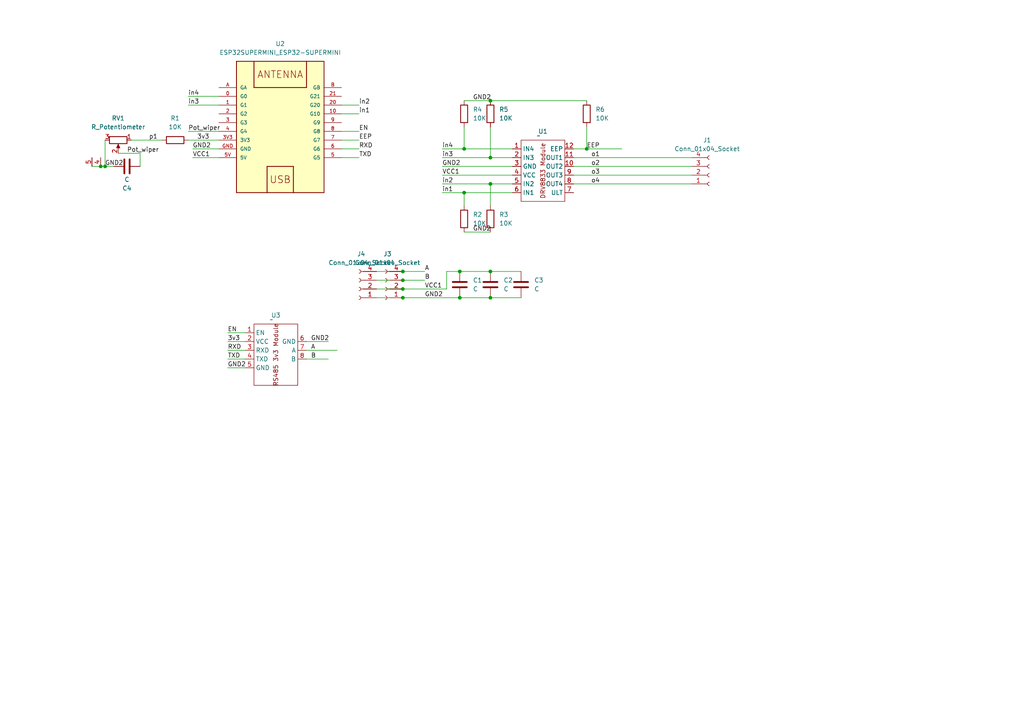
<source format=kicad_sch>
(kicad_sch (version 20230121) (generator eeschema)
  (paper "A4")
  (lib_symbols
    (symbol "Connector:Conn_01x04_Socket" (pin_names (offset 1.016) hide)
      (property "Reference" "J" (at 0 5.08 0))
      (property "Value" "Conn_01x04_Socket" (at 0 -7.62 0))
      (symbol "Conn_01x04_Socket_1_1"
        (arc (start 0 -4.572) (mid -0.5058 -5.08) (end 0 -5.588) (stroke (width 0.1524)))
        (arc (start 0 -2.032) (mid -0.5058 -2.54) (end 0 -3.048) (stroke (width 0.1524)))
        (polyline (pts (xy -1.27 -5.08) (xy -0.508 -5.08)) (stroke (width 0.1524)))
        (polyline (pts (xy -1.27 -2.54) (xy -0.508 -2.54)) (stroke (width 0.1524)))
        (polyline (pts (xy -1.27 0) (xy -0.508 0)) (stroke (width 0.1524)))
        (polyline (pts (xy -1.27 2.54) (xy -0.508 2.54)) (stroke (width 0.1524)))
        (arc (start 0 0.508) (mid -0.5058 0) (end 0 -0.508) (stroke (width 0.1524)))
        (arc (start 0 3.048) (mid -0.5058 2.54) (end 0 2.032) (stroke (width 0.1524)))
        (pin passive line (at -5.08 2.54 0) (length 3.81) (name "Pin_1") (number "1"))
        (pin passive line (at -5.08 0 0) (length 3.81) (name "Pin_2") (number "2"))
        (pin passive line (at -5.08 -2.54 0) (length 3.81) (name "Pin_3") (number "3"))
        (pin passive line (at -5.08 -5.08 0) (length 3.81) (name "Pin_4") (number "4"))
      )
    )
    (symbol "Device:C" (pin_numbers hide) (pin_names (offset 0.254))
      (property "Reference" "C" (at 0.635 2.54 0))
      (property "Value" "C" (at 0.635 -2.54 0))
      (symbol "C_0_1"
        (polyline (pts (xy -2.032 -0.762) (xy 2.032 -0.762)) (stroke (width 0.508)))
        (polyline (pts (xy -2.032 0.762) (xy 2.032 0.762)) (stroke (width 0.508)))
      )
      (symbol "C_1_1"
        (pin passive line (at 0 3.81 270) (length 2.794) (name "~") (number "1"))
        (pin passive line (at 0 -3.81 90) (length 2.794) (name "~") (number "2"))
      )
    )
    (symbol "Device:R" (pin_numbers hide) (pin_names (offset 0))
      (property "Reference" "R" (at 2.032 0 90))
      (property "Value" "R" (at 0 0 90))
      (symbol "R_0_1"
        (rectangle (start -1.016 -2.54) (end 1.016 2.54) (stroke (width 0.254)))
      )
      (symbol "R_1_1"
        (pin passive line (at 0 3.81 270) (length 1.27) (name "~") (number "1"))
        (pin passive line (at 0 -3.81 90) (length 1.27) (name "~") (number "2"))
      )
    )
    (symbol "Device:R_Potentiometer" (pin_names (offset 1.016) hide)
      (property "Reference" "RV1" (at -6.35 0 90))
      (property "Value" "R_Potentiometer" (at -3.81 0 90))
      (symbol "R_Potentiometer_0_1"
        (polyline (pts (xy 2.54 0) (xy 1.524 0)))
        (polyline (pts (xy 1.143 0) (xy 2.286 0.508) (xy 2.286 -0.508) (xy 1.143 0)) (fill (type outline)))
        (rectangle (start 1.016 2.54) (end -1.016 -2.54) (stroke (width 0.254)))
      )
      (symbol "R_Potentiometer_1_1"
        (pin passive line (at 0 3.81 270) (length 1.27) (name "1") (number "1"))
        (pin passive line (at 3.81 0 180) (length 1.27) (name "2") (number "2"))
        (pin passive line (at 0 -3.81 90) (length 1.27) (name "3") (number "3"))
        (pin power_in line (at 7.62 -5.08 180) (length 2.54) (name "shld") (number "4"))
        (pin power_in line (at 7.62 -7.62 180) (length 2.54) (name "shld") (number "5"))
      )
    )
    (symbol "Heltec_WSL_v3:DRV8833"
      (property "Reference" "U" (at 0 0 0))
      (symbol "DRV8833_0_1"
        (rectangle (start -5.08 -1.27) (end 7.62 -19.05))
      )
      (symbol "DRV8833_1_1"
        (text "DRV8833 Module\n" (at 1.27 -10.16 900) (effects (font (size 1.27 1.27))))
        (pin input line (at -7.62 -3.81 0) (length 2.54) (name "IN4") (number "1"))
        (pin output line (at 10.16 -8.89 180) (length 2.54) (name "OUT2") (number "10"))
        (pin output line (at 10.16 -6.35 180) (length 2.54) (name "OUT1") (number "11"))
        (pin input line (at 10.16 -3.81 180) (length 2.54) (name "EEP") (number "12"))
        (pin input line (at -7.62 -6.35 0) (length 2.54) (name "IN3") (number "2"))
        (pin power_in line (at -7.62 -8.89 0) (length 2.54) (name "GND") (number "3"))
        (pin power_in line (at -7.62 -11.43 0) (length 2.54) (name "VCC") (number "4"))
        (pin input line (at -7.62 -13.97 0) (length 2.54) (name "IN2") (number "5"))
        (pin input line (at -7.62 -16.51 0) (length 2.54) (name "IN1") (number "6"))
        (pin output line (at 10.16 -16.51 180) (length 2.54) (name "ULT") (number "7"))
        (pin output line (at 10.16 -13.97 180) (length 2.54) (name "OUT4") (number "8"))
        (pin output line (at 10.16 -11.43 180) (length 2.54) (name "OUT3") (number "9"))
      )
    )
    (symbol "Heltec_WSL_v3:RS485_3v3_module"
      (property "Reference" "U" (at 0 0 0))
      (symbol "RS485_3v3_module_0_1"
        (rectangle (start -5.08 -1.27) (end 7.62 -19.05))
      )
      (symbol "RS485_3v3_module_1_1"
        (text "RS485 3v3 Module\n" (at 1.27 -10.16 900) (effects (font (size 1.27 1.27))))
        (pin input line (at -7.62 -3.81 0) (length 2.54) (name "EN") (number "1"))
        (pin power_in line (at -7.62 -6.35 0) (length 2.54) (name "VCC") (number "2"))
        (pin input line (at -7.62 -8.89 0) (length 2.54) (name "RXD") (number "3"))
        (pin input line (at -7.62 -11.43 0) (length 2.54) (name "TXD") (number "4"))
        (pin power_in line (at -7.62 -13.97 0) (length 2.54) (name "GND") (number "5"))
        (pin power_in line (at 10.16 -6.35 180) (length 2.54) (name "GND") (number "6"))
        (pin output line (at 10.16 -8.89 180) (length 2.54) (name "A") (number "7"))
        (pin output line (at 10.16 -11.43 180) (length 2.54) (name "B") (number "8"))
      )
    )
    (symbol "esp32-c3:ESP32SUPERMINI_ESP32-SUPERMINI" (pin_names (offset 1.016))
      (property "Reference" "U" (at -12.7 25.4 0))
      (property "Value" "ESP32SUPERMINI_ESP32-SUPERMINI" (at -12.7 22.86 0))
      (symbol "ESP32SUPERMINI_ESP32-SUPERMINI_0_0"
        (rectangle (start -12.7 -17.78) (end 12.7 20.32) (stroke (width 0.254)) (fill (type background)))
        (polyline (pts (xy -7.62 12.7) (xy 7.62 12.7)) (stroke (width 0.254)))
        (polyline (pts (xy -7.62 20.32) (xy -7.62 12.7)) (stroke (width 0.254)))
        (polyline (pts (xy -3.81 -17.78) (xy -3.81 -10.16)) (stroke (width 0.254)))
        (polyline (pts (xy -3.81 -10.16) (xy 3.81 -10.16)) (stroke (width 0.254)))
        (polyline (pts (xy 3.81 -10.16) (xy 3.81 -17.78)) (stroke (width 0.254)))
        (polyline (pts (xy 7.62 12.7) (xy 7.62 20.32)) (stroke (width 0.254)))
        (text "ANTENNA" (at 0 16.51 0) (effects (font (size 2.032 2.032))))
        (text "USB" (at 0 -13.97 0) (effects (font (size 2.032 2.032))))
        (pin bidirectional line (at -17.78 10.16 0) (length 5.08) (name "G0") (number "0"))
        (pin bidirectional line (at -17.78 7.62 0) (length 5.08) (name "G1") (number "1"))
        (pin bidirectional line (at 17.78 5.08 180) (length 5.08) (name "G10") (number "10"))
        (pin bidirectional line (at -17.78 5.08 0) (length 5.08) (name "G2") (number "2"))
        (pin bidirectional line (at 17.78 7.62 180) (length 5.08) (name "G20") (number "20"))
        (pin bidirectional line (at 17.78 10.16 180) (length 5.08) (name "G21") (number "21"))
        (pin bidirectional line (at -17.78 2.54 0) (length 5.08) (name "G3") (number "3"))
        (pin power_in line (at -17.78 -2.54 0) (length 5.08) (name "3V3") (number "3V3"))
        (pin bidirectional line (at -17.78 0 0) (length 5.08) (name "G4") (number "4"))
        (pin bidirectional line (at 17.78 -7.62 180) (length 5.08) (name "G5") (number "5"))
        (pin power_in line (at -17.78 -7.62 0) (length 5.08) (name "5V") (number "5V"))
        (pin bidirectional line (at 17.78 -5.08 180) (length 5.08) (name "G6") (number "6"))
        (pin bidirectional line (at 17.78 -2.54 180) (length 5.08) (name "G7") (number "7"))
        (pin bidirectional line (at 17.78 0 180) (length 5.08) (name "G8") (number "8"))
        (pin bidirectional line (at 17.78 2.54 180) (length 5.08) (name "G9") (number "9"))
        (pin bidirectional line (at -17.78 12.7 0) (length 5.08) (name "GA") (number "A"))
        (pin bidirectional line (at 17.78 12.7 180) (length 5.08) (name "GB") (number "B"))
        (pin power_in line (at -17.78 -5.08 0) (length 5.08) (name "GND") (number "GND"))
      )
    )
  )
  (junction (at 116.84 83.82))
  (junction (at 133.35 78.74))
  (junction (at 134.62 55.88))
  (junction (at 133.35 86.36))
  (junction (at 142.24 86.36))
  (junction (at 142.24 45.72))
  (junction (at 142.24 78.74))
  (junction (at 116.84 86.36))
  (junction (at 134.62 43.18))
  (junction (at 30.48 48.26))
  (junction (at 170.18 43.18))
  (junction (at 116.84 81.28))
  (junction (at 116.84 78.74))
  (junction (at 142.24 29.21))
  (junction (at 29.21 48.26))
  (junction (at 142.24 53.34))
  (wire (pts (xy 54.61 27.94) (xy 63.5 27.94)))
  (wire (pts (xy 29.21 48.26) (xy 30.48 48.26)))
  (wire (pts (xy 109.22 86.36) (xy 116.84 86.36)))
  (wire (pts (xy 66.04 96.52) (xy 71.12 96.52)))
  (wire (pts (xy 99.06 30.48) (xy 104.14 30.48)))
  (wire (pts (xy 142.24 78.74) (xy 151.13 78.74)))
  (wire (pts (xy 128.27 53.34) (xy 142.24 53.34)))
  (wire (pts (xy 30.48 40.64) (xy 30.48 48.26)))
  (wire (pts (xy 66.04 104.14) (xy 71.12 104.14)))
  (wire (pts (xy 55.88 45.72) (xy 63.5 45.72)))
  (wire (pts (xy 66.04 99.06) (xy 71.12 99.06)))
  (wire (pts (xy 109.22 78.74) (xy 116.84 78.74)))
  (wire (pts (xy 55.88 43.18) (xy 63.5 43.18)))
  (wire (pts (xy 54.61 40.64) (xy 63.5 40.64)))
  (wire (pts (xy 99.06 40.64) (xy 104.14 40.64)))
  (wire (pts (xy 99.06 45.72) (xy 104.14 45.72)))
  (wire (pts (xy 128.27 43.18) (xy 134.62 43.18)))
  (wire (pts (xy 142.24 45.72) (xy 148.59 45.72)))
  (wire (pts (xy 88.9 101.6) (xy 97.79 101.6)))
  (wire (pts (xy 128.27 48.26) (xy 148.59 48.26)))
  (wire (pts (xy 66.04 101.6) (xy 71.12 101.6)))
  (wire (pts (xy 134.62 67.31) (xy 142.24 67.31)))
  (wire (pts (xy 128.27 50.8) (xy 148.59 50.8)))
  (wire (pts (xy 142.24 53.34) (xy 148.59 53.34)))
  (wire (pts (xy 88.9 104.14) (xy 95.25 104.14)))
  (wire (pts (xy 134.62 55.88) (xy 148.59 55.88)))
  (wire (pts (xy 166.37 45.72) (xy 200.66 45.72)))
  (wire (pts (xy 99.06 43.18) (xy 104.14 43.18)))
  (wire (pts (xy 142.24 86.36) (xy 151.13 86.36)))
  (wire (pts (xy 116.84 83.82) (xy 129.54 83.82)))
  (wire (pts (xy 109.22 81.28) (xy 116.84 81.28)))
  (wire (pts (xy 54.61 38.1) (xy 63.5 38.1)))
  (wire (pts (xy 88.9 99.06) (xy 95.25 99.06)))
  (wire (pts (xy 99.06 38.1) (xy 104.14 38.1)))
  (wire (pts (xy 66.04 106.68) (xy 71.12 106.68)))
  (wire (pts (xy 54.61 30.48) (xy 63.5 30.48)))
  (wire (pts (xy 116.84 78.74) (xy 123.19 78.74)))
  (wire (pts (xy 134.62 55.88) (xy 134.62 59.69)))
  (wire (pts (xy 142.24 36.83) (xy 142.24 45.72)))
  (wire (pts (xy 142.24 29.21) (xy 170.18 29.21)))
  (wire (pts (xy 38.1 40.64) (xy 46.99 40.64)))
  (wire (pts (xy 133.35 86.36) (xy 142.24 86.36)))
  (wire (pts (xy 170.18 36.83) (xy 170.18 43.18)))
  (wire (pts (xy 128.27 45.72) (xy 142.24 45.72)))
  (wire (pts (xy 166.37 53.34) (xy 200.66 53.34)))
  (wire (pts (xy 109.22 83.82) (xy 116.84 83.82)))
  (wire (pts (xy 134.62 43.18) (xy 148.59 43.18)))
  (wire (pts (xy 99.06 33.02) (xy 104.14 33.02)))
  (wire (pts (xy 34.29 44.45) (xy 40.64 44.45)))
  (wire (pts (xy 40.64 48.26) (xy 40.64 44.45)))
  (wire (pts (xy 133.35 78.74) (xy 142.24 78.74)))
  (wire (pts (xy 170.18 43.18) (xy 180.34 43.18)))
  (wire (pts (xy 166.37 43.18) (xy 170.18 43.18)))
  (wire (pts (xy 134.62 29.21) (xy 142.24 29.21)))
  (wire (pts (xy 129.54 83.82) (xy 129.54 78.74)))
  (wire (pts (xy 116.84 86.36) (xy 133.35 86.36)))
  (wire (pts (xy 166.37 50.8) (xy 200.66 50.8)))
  (wire (pts (xy 166.37 48.26) (xy 200.66 48.26)))
  (wire (pts (xy 116.84 81.28) (xy 123.19 81.28)))
  (wire (pts (xy 128.27 55.88) (xy 134.62 55.88)))
  (wire (pts (xy 129.54 78.74) (xy 133.35 78.74)))
  (wire (pts (xy 26.67 48.26) (xy 29.21 48.26)))
  (wire (pts (xy 134.62 36.83) (xy 134.62 43.18)))
  (wire (pts (xy 142.24 53.34) (xy 142.24 59.69)))
  (wire (pts (xy 30.48 48.26) (xy 33.02 48.26)))
  (label "Pot_wiper" (at 54.61 38.1 0))
  (label "GND2" (at 123.19 86.36 0))
  (label "A" (at 90.17 101.6 0))
  (label "in3" (at 54.61 30.48 0))
  (label "o3" (at 171.45 50.8 0))
  (label "Pot_wiper" (at 36.83 44.45 0))
  (label "GND2" (at 55.88 43.18 0))
  (label "A" (at 123.19 78.74 0))
  (label "in4" (at 54.61 27.94 0))
  (label "EEP" (at 104.14 40.64 0))
  (label "RXD" (at 66.04 101.6 0))
  (label "TXD" (at 66.04 104.14 0))
  (label "GND2" (at 128.27 48.26 0))
  (label "in2" (at 128.27 53.34 0))
  (label "in2" (at 104.14 30.48 0))
  (label "B" (at 123.19 81.28 0))
  (label "in3" (at 128.27 45.72 0))
  (label "GND2" (at 30.48 48.26 0))
  (label "TXD" (at 104.14 45.72 0))
  (label "VCC1" (at 123.19 83.82 0))
  (label "EN" (at 66.04 96.52 0))
  (label "RXD" (at 104.14 43.18 0))
  (label "o2" (at 171.45 48.26 0))
  (label "GND2" (at 90.17 99.06 0))
  (label "3v3" (at 66.04 99.06 0))
  (label "EN" (at 104.14 38.1 0))
  (label "GND2" (at 66.04 106.68 0))
  (label "p1" (at 43.18 40.64 0))
  (label "3v3" (at 57.15 40.64 0))
  (label "o4" (at 171.45 53.34 0))
  (label "in4" (at 128.27 43.18 0))
  (label "GND2" (at 137.16 29.21 0))
  (label "o1" (at 171.45 45.72 0))
  (label "VCC1" (at 128.27 50.8 0))
  (label "in1" (at 128.27 55.88 0))
  (label "EEP" (at 170.18 43.18 0))
  (label "GND2" (at 137.16 67.31 0))
  (label "in1" (at 104.14 33.02 0))
  (label "B" (at 90.17 104.14 0))
  (label "VCC1" (at 55.88 45.72 0))
  (symbol (lib_id "Device:R") (at 50.8 40.64 90) (unit 1)
    (property "Reference" "R1" (at 50.8 34.29 90))
    (property "Value" "10K" (at 50.8 36.83 90))
    (property "Footprint" "Resistor_THT:R_Axial_DIN0309_L9.0mm_D3.2mm_P12.70mm_Horizontal" (effects hide))
  )
  (symbol (lib_id "Heltec_WSL_v3:DRV8833") (at 156.21 39.37 0) (unit 1)
    (property "Reference" "U1" (at 157.48 38.1 0))
    (property "Value" "~" (at 156.21 39.37 0))
    (property "Footprint" "Heltec:drv8833_module" (effects hide))
  )
  (symbol (lib_id "Connector:Conn_01x04_Socket") (at 104.14 83.82 180) (unit 1)
    (property "Reference" "J4" (at 104.775 73.66 0))
    (property "Value" "Conn_01x04_Socket" (at 104.775 76.2 0))
    (property "Footprint" "Connector_JST:JST_XH_B4B-XH-A_1x04_P2.50mm_Vertical" (effects hide))
  )
  (symbol (lib_id "Device:C") (at 142.24 82.55 0) (unit 1)
    (property "Reference" "C2" (at 146.05 81.28 0) (effects (justify left)))
    (property "Value" "C" (at 146.05 83.82 0) (effects (justify left)))
    (property "Footprint" "Capacitor_THT:C_Disc_D5.0mm_W2.5mm_P5.00mm" (effects hide))
  )
  (symbol (lib_id "Device:C") (at 133.35 82.55 0) (unit 1)
    (property "Reference" "C1" (at 137.16 81.28 0) (effects (justify left)))
    (property "Value" "C" (at 137.16 83.82 0) (effects (justify left)))
    (property "Footprint" "Capacitor_THT:C_Disc_D5.0mm_W2.5mm_P5.00mm" (effects hide))
  )
  (symbol (lib_id "Device:R_Potentiometer") (at 34.29 40.64 270) (unit 1)
    (property "Reference" "RV1" (at 34.29 34.29 90))
    (property "Value" "R_Potentiometer" (at 34.29 36.83 90))
    (property "Footprint" "Heltec:linear_pot_128mm" (effects hide))
  )
  (symbol (lib_id "Connector:Conn_01x04_Socket") (at 205.74 50.8 0) (mirror x) (unit 1)
    (property "Reference" "J1" (at 205.105 40.64 0))
    (property "Value" "Conn_01x04_Socket" (at 205.105 43.18 0))
    (property "Footprint" "Connector_JST:JST_XH_B4B-XH-AM_1x04_P2.50mm_Vertical" (effects hide))
  )
  (symbol (lib_id "Device:C") (at 36.83 48.26 270) (unit 1)
    (property "Reference" "C4" (at 36.83 54.61 90))
    (property "Value" "C" (at 36.83 52.07 90))
    (property "Footprint" "Capacitor_THT:C_Disc_D5.0mm_W2.5mm_P5.00mm" (effects hide))
  )
  (symbol (lib_id "Device:C") (at 151.13 82.55 0) (unit 1)
    (property "Reference" "C3" (at 154.94 81.28 0) (effects (justify left)))
    (property "Value" "C" (at 154.94 83.82 0) (effects (justify left)))
    (property "Footprint" "Capacitor_THT:C_Disc_D5.0mm_W2.5mm_P5.00mm" (effects hide))
  )
  (symbol (lib_id "Device:R") (at 142.24 33.02 0) (unit 1)
    (property "Reference" "R5" (at 144.78 31.75 0) (effects (justify left)))
    (property "Value" "10K" (at 144.78 34.29 0) (effects (justify left)))
    (property "Footprint" "Resistor_THT:R_Axial_DIN0309_L9.0mm_D3.2mm_P12.70mm_Horizontal" (effects hide))
  )
  (symbol (lib_id "esp32-c3:ESP32SUPERMINI_ESP32-SUPERMINI") (at 81.28 38.1 0) (unit 1)
    (property "Reference" "U2" (at 81.28 12.7 0))
    (property "Value" "ESP32SUPERMINI_ESP32-SUPERMINI" (at 81.28 15.24 0))
    (property "Footprint" "esp32-c3:ESP32SUPERMINI_ESP32-SUPERMINI" (effects hide))
  )
  (symbol (lib_id "Device:R") (at 142.24 63.5 0) (unit 1)
    (property "Reference" "R3" (at 144.78 62.23 0) (effects (justify left)))
    (property "Value" "10K" (at 144.78 64.77 0) (effects (justify left)))
    (property "Footprint" "Resistor_THT:R_Axial_DIN0309_L9.0mm_D3.2mm_P12.70mm_Horizontal" (effects hide))
  )
  (symbol (lib_id "Heltec_WSL_v3:RS485_3v3_module") (at 78.74 92.71 0) (unit 1)
    (property "Reference" "U3" (at 80.01 91.44 0))
    (property "Value" "~" (at 78.74 92.71 0))
    (property "Footprint" "Heltec:RS485_3v3_module" (effects hide))
  )
  (symbol (lib_id "Device:R") (at 170.18 33.02 0) (unit 1)
    (property "Reference" "R6" (at 172.72 31.75 0) (effects (justify left)))
    (property "Value" "10K" (at 172.72 34.29 0) (effects (justify left)))
    (property "Footprint" "Resistor_THT:R_Axial_DIN0309_L9.0mm_D3.2mm_P12.70mm_Horizontal" (effects hide))
  )
  (symbol (lib_id "Device:R") (at 134.62 63.5 0) (unit 1)
    (property "Reference" "R2" (at 137.16 62.23 0) (effects (justify left)))
    (property "Value" "10K" (at 137.16 64.77 0) (effects (justify left)))
    (property "Footprint" "Resistor_THT:R_Axial_DIN0309_L9.0mm_D3.2mm_P12.70mm_Horizontal" (effects hide))
  )
  (symbol (lib_id "Device:R") (at 134.62 33.02 0) (unit 1)
    (property "Reference" "R4" (at 137.16 31.75 0) (effects (justify left)))
    (property "Value" "10K" (at 137.16 34.29 0) (effects (justify left)))
    (property "Footprint" "Resistor_THT:R_Axial_DIN0309_L9.0mm_D3.2mm_P12.70mm_Horizontal" (effects hide))
  )
  (symbol (lib_id "Connector:Conn_01x04_Socket") (at 111.76 83.82 180) (unit 1)
    (property "Reference" "J3" (at 112.395 73.66 0))
    (property "Value" "Conn_01x04_Socket" (at 112.395 76.2 0))
    (property "Footprint" "Connector_JST:JST_XH_B4B-XH-A_1x04_P2.50mm_Vertical" (effects hide))
  )
)
</source>
